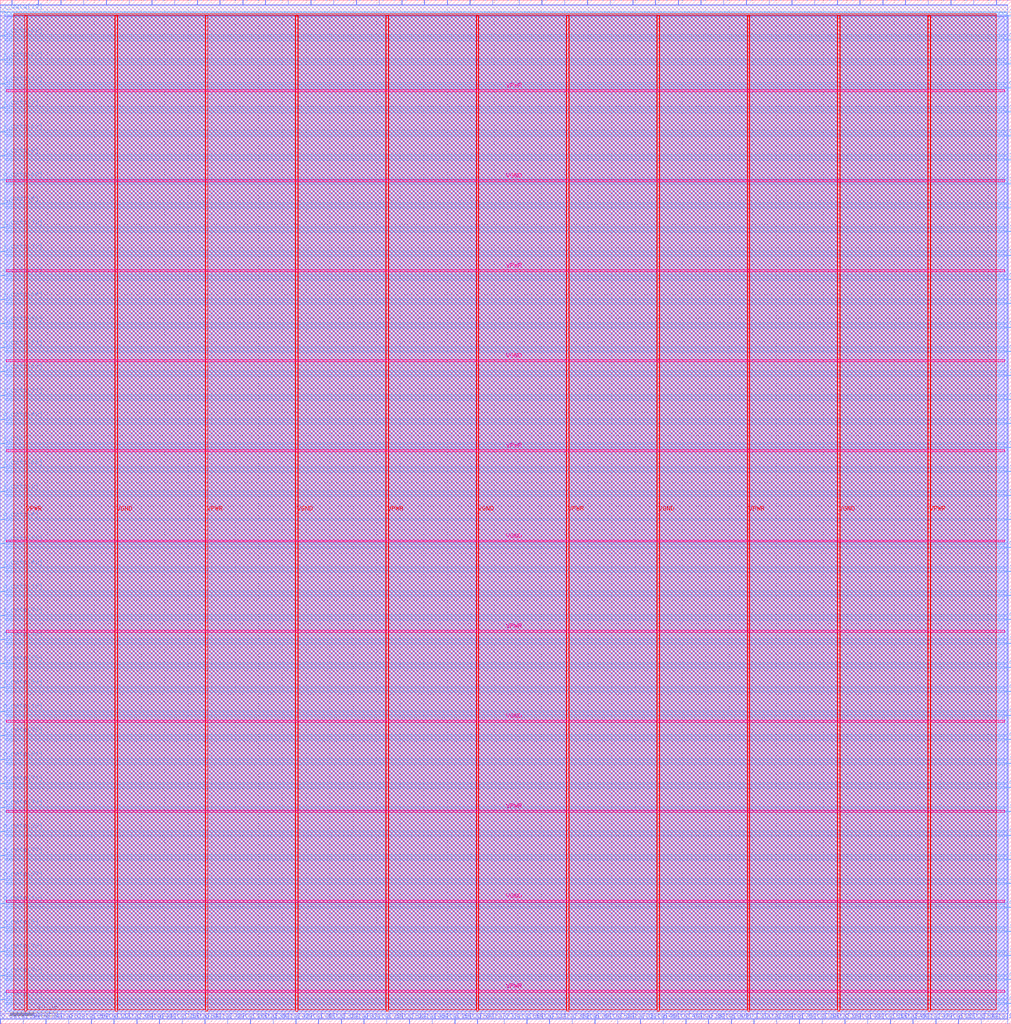
<source format=lef>
VERSION 5.7 ;
  NOWIREEXTENSIONATPIN ON ;
  DIVIDERCHAR "/" ;
  BUSBITCHARS "[]" ;
MACRO d_dffram
  CLASS BLOCK ;
  FOREIGN d_dffram ;
  ORIGIN 0.000 0.000 ;
  SIZE 859.665 BY 870.385 ;
  PIN VGND
    DIRECTION INOUT ;
    USE GROUND ;
    PORT
      LAYER met4 ;
        RECT 97.840 10.640 99.440 857.040 ;
    END
    PORT
      LAYER met4 ;
        RECT 251.440 10.640 253.040 857.040 ;
    END
    PORT
      LAYER met4 ;
        RECT 405.040 10.640 406.640 857.040 ;
    END
    PORT
      LAYER met4 ;
        RECT 558.640 10.640 560.240 857.040 ;
    END
    PORT
      LAYER met4 ;
        RECT 712.240 10.640 713.840 857.040 ;
    END
    PORT
      LAYER met5 ;
        RECT 5.280 103.320 854.000 104.920 ;
    END
    PORT
      LAYER met5 ;
        RECT 5.280 256.500 854.000 258.100 ;
    END
    PORT
      LAYER met5 ;
        RECT 5.280 409.680 854.000 411.280 ;
    END
    PORT
      LAYER met5 ;
        RECT 5.280 562.860 854.000 564.460 ;
    END
    PORT
      LAYER met5 ;
        RECT 5.280 716.040 854.000 717.640 ;
    END
  END VGND
  PIN VPWR
    DIRECTION INOUT ;
    USE POWER ;
    PORT
      LAYER met4 ;
        RECT 21.040 10.640 22.640 857.040 ;
    END
    PORT
      LAYER met4 ;
        RECT 174.640 10.640 176.240 857.040 ;
    END
    PORT
      LAYER met4 ;
        RECT 328.240 10.640 329.840 857.040 ;
    END
    PORT
      LAYER met4 ;
        RECT 481.840 10.640 483.440 857.040 ;
    END
    PORT
      LAYER met4 ;
        RECT 635.440 10.640 637.040 857.040 ;
    END
    PORT
      LAYER met4 ;
        RECT 789.040 10.640 790.640 857.040 ;
    END
    PORT
      LAYER met5 ;
        RECT 5.280 26.730 854.000 28.330 ;
    END
    PORT
      LAYER met5 ;
        RECT 5.280 179.910 854.000 181.510 ;
    END
    PORT
      LAYER met5 ;
        RECT 5.280 333.090 854.000 334.690 ;
    END
    PORT
      LAYER met5 ;
        RECT 5.280 486.270 854.000 487.870 ;
    END
    PORT
      LAYER met5 ;
        RECT 5.280 639.450 854.000 641.050 ;
    END
    PORT
      LAYER met5 ;
        RECT 5.280 792.630 854.000 794.230 ;
    END
  END VPWR
  PIN i_addr[0]
    DIRECTION INPUT ;
    USE SIGNAL ;
    PORT
      LAYER met2 ;
        RECT 827.630 866.385 827.910 870.385 ;
    END
  END i_addr[0]
  PIN i_addr[1]
    DIRECTION INPUT ;
    USE SIGNAL ;
    PORT
      LAYER met2 ;
        RECT 341.410 866.385 341.690 870.385 ;
    END
  END i_addr[1]
  PIN i_addr[2]
    DIRECTION INPUT ;
    USE SIGNAL ;
    PORT
      LAYER met3 ;
        RECT 855.665 119.040 859.665 119.640 ;
    END
  END i_addr[2]
  PIN i_addr[3]
    DIRECTION INPUT ;
    USE SIGNAL ;
    PORT
      LAYER met2 ;
        RECT 621.550 0.000 621.830 4.000 ;
    END
  END i_addr[3]
  PIN i_addr[4]
    DIRECTION INPUT ;
    USE SIGNAL ;
    PORT
      LAYER met3 ;
        RECT 0.000 697.040 4.000 697.640 ;
    END
  END i_addr[4]
  PIN i_addr[5]
    DIRECTION INPUT ;
    USE SIGNAL ;
    PORT
      LAYER met2 ;
        RECT 109.570 866.385 109.850 870.385 ;
    END
  END i_addr[5]
  PIN i_clk
    DIRECTION INPUT ;
    USE SIGNAL ;
    PORT
      LAYER met3 ;
        RECT 0.000 493.040 4.000 493.640 ;
    END
  END i_clk
  PIN i_data[0]
    DIRECTION INPUT ;
    USE SIGNAL ;
    PORT
      LAYER met2 ;
        RECT 524.950 0.000 525.230 4.000 ;
    END
  END i_data[0]
  PIN i_data[10]
    DIRECTION INPUT ;
    USE SIGNAL ;
    PORT
      LAYER met2 ;
        RECT 698.830 0.000 699.110 4.000 ;
    END
  END i_data[10]
  PIN i_data[11]
    DIRECTION INPUT ;
    USE SIGNAL ;
    PORT
      LAYER met2 ;
        RECT 77.370 0.000 77.650 4.000 ;
    END
  END i_data[11]
  PIN i_data[12]
    DIRECTION INPUT ;
    USE SIGNAL ;
    PORT
      LAYER met3 ;
        RECT 855.665 816.040 859.665 816.640 ;
    END
  END i_data[12]
  PIN i_data[13]
    DIRECTION INPUT ;
    USE SIGNAL ;
    PORT
      LAYER met2 ;
        RECT 557.150 866.385 557.430 870.385 ;
    END
  END i_data[13]
  PIN i_data[14]
    DIRECTION INPUT ;
    USE SIGNAL ;
    PORT
      LAYER met2 ;
        RECT 518.510 866.385 518.790 870.385 ;
    END
  END i_data[14]
  PIN i_data[15]
    DIRECTION INPUT ;
    USE SIGNAL ;
    PORT
      LAYER met2 ;
        RECT 367.170 0.000 367.450 4.000 ;
    END
  END i_data[15]
  PIN i_data[16]
    DIRECTION INPUT ;
    USE SIGNAL ;
    PORT
      LAYER met2 ;
        RECT 399.370 866.385 399.650 870.385 ;
    END
  END i_data[16]
  PIN i_data[17]
    DIRECTION INPUT ;
    USE SIGNAL ;
    PORT
      LAYER met2 ;
        RECT 193.290 0.000 193.570 4.000 ;
    END
  END i_data[17]
  PIN i_data[18]
    DIRECTION INPUT ;
    USE SIGNAL ;
    PORT
      LAYER met2 ;
        RECT 70.930 866.385 71.210 870.385 ;
    END
  END i_data[18]
  PIN i_data[19]
    DIRECTION INPUT ;
    USE SIGNAL ;
    PORT
      LAYER met3 ;
        RECT 0.000 860.240 4.000 860.840 ;
    END
  END i_data[19]
  PIN i_data[1]
    DIRECTION INPUT ;
    USE SIGNAL ;
    PORT
      LAYER met2 ;
        RECT 499.190 866.385 499.470 870.385 ;
    END
  END i_data[1]
  PIN i_data[20]
    DIRECTION INPUT ;
    USE SIGNAL ;
    PORT
      LAYER met3 ;
        RECT 855.665 139.440 859.665 140.040 ;
    END
  END i_data[20]
  PIN i_data[21]
    DIRECTION INPUT ;
    USE SIGNAL ;
    PORT
      LAYER met2 ;
        RECT 186.850 866.385 187.130 870.385 ;
    END
  END i_data[21]
  PIN i_data[22]
    DIRECTION INPUT ;
    USE SIGNAL ;
    PORT
      LAYER met2 ;
        RECT 380.050 866.385 380.330 870.385 ;
    END
  END i_data[22]
  PIN i_data[23]
    DIRECTION INPUT ;
    USE SIGNAL ;
    PORT
      LAYER met3 ;
        RECT 855.665 384.240 859.665 384.840 ;
    END
  END i_data[23]
  PIN i_data[24]
    DIRECTION INPUT ;
    USE SIGNAL ;
    PORT
      LAYER met2 ;
        RECT 206.170 866.385 206.450 870.385 ;
    END
  END i_data[24]
  PIN i_data[25]
    DIRECTION INPUT ;
    USE SIGNAL ;
    PORT
      LAYER met3 ;
        RECT 855.665 775.240 859.665 775.840 ;
    END
  END i_data[25]
  PIN i_data[26]
    DIRECTION INPUT ;
    USE SIGNAL ;
    PORT
      LAYER met3 ;
        RECT 855.665 78.240 859.665 78.840 ;
    END
  END i_data[26]
  PIN i_data[27]
    DIRECTION INPUT ;
    USE SIGNAL ;
    PORT
      LAYER met2 ;
        RECT 653.750 866.385 654.030 870.385 ;
    END
  END i_data[27]
  PIN i_data[28]
    DIRECTION INPUT ;
    USE SIGNAL ;
    PORT
      LAYER met3 ;
        RECT 855.665 57.840 859.665 58.440 ;
    END
  END i_data[28]
  PIN i_data[29]
    DIRECTION INPUT ;
    USE SIGNAL ;
    PORT
      LAYER met2 ;
        RECT 679.510 0.000 679.790 4.000 ;
    END
  END i_data[29]
  PIN i_data[2]
    DIRECTION INPUT ;
    USE SIGNAL ;
    PORT
      LAYER met3 ;
        RECT 0.000 452.240 4.000 452.840 ;
    END
  END i_data[2]
  PIN i_data[30]
    DIRECTION INPUT ;
    USE SIGNAL ;
    PORT
      LAYER met2 ;
        RECT 51.610 866.385 51.890 870.385 ;
    END
  END i_data[30]
  PIN i_data[31]
    DIRECTION INPUT ;
    USE SIGNAL ;
    PORT
      LAYER met3 ;
        RECT 0.000 533.840 4.000 534.440 ;
    END
  END i_data[31]
  PIN i_data[32]
    DIRECTION INPUT ;
    USE SIGNAL ;
    PORT
      LAYER met3 ;
        RECT 855.665 734.440 859.665 735.040 ;
    END
  END i_data[32]
  PIN i_data[33]
    DIRECTION INPUT ;
    USE SIGNAL ;
    PORT
      LAYER met2 ;
        RECT 270.570 0.000 270.850 4.000 ;
    END
  END i_data[33]
  PIN i_data[34]
    DIRECTION INPUT ;
    USE SIGNAL ;
    PORT
      LAYER met2 ;
        RECT 167.530 866.385 167.810 870.385 ;
    END
  END i_data[34]
  PIN i_data[35]
    DIRECTION INPUT ;
    USE SIGNAL ;
    PORT
      LAYER met3 ;
        RECT 0.000 306.040 4.000 306.640 ;
    END
  END i_data[35]
  PIN i_data[36]
    DIRECTION INPUT ;
    USE SIGNAL ;
    PORT
      LAYER met2 ;
        RECT 769.670 866.385 769.950 870.385 ;
    END
  END i_data[36]
  PIN i_data[37]
    DIRECTION INPUT ;
    USE SIGNAL ;
    PORT
      LAYER met2 ;
        RECT 32.290 866.385 32.570 870.385 ;
    END
  END i_data[37]
  PIN i_data[38]
    DIRECTION INPUT ;
    USE SIGNAL ;
    PORT
      LAYER met2 ;
        RECT 264.130 866.385 264.410 870.385 ;
    END
  END i_data[38]
  PIN i_data[39]
    DIRECTION INPUT ;
    USE SIGNAL ;
    PORT
      LAYER met3 ;
        RECT 855.665 693.640 859.665 694.240 ;
    END
  END i_data[39]
  PIN i_data[3]
    DIRECTION INPUT ;
    USE SIGNAL ;
    PORT
      LAYER met3 ;
        RECT 855.665 550.840 859.665 551.440 ;
    END
  END i_data[3]
  PIN i_data[40]
    DIRECTION INPUT ;
    USE SIGNAL ;
    PORT
      LAYER met3 ;
        RECT 855.665 363.840 859.665 364.440 ;
    END
  END i_data[40]
  PIN i_data[41]
    DIRECTION INPUT ;
    USE SIGNAL ;
    PORT
      LAYER met2 ;
        RECT 692.390 866.385 692.670 870.385 ;
    END
  END i_data[41]
  PIN i_data[42]
    DIRECTION INPUT ;
    USE SIGNAL ;
    PORT
      LAYER met3 ;
        RECT 0.000 387.640 4.000 388.240 ;
    END
  END i_data[42]
  PIN i_data[43]
    DIRECTION INPUT ;
    USE SIGNAL ;
    PORT
      LAYER met2 ;
        RECT 231.930 0.000 232.210 4.000 ;
    END
  END i_data[43]
  PIN i_data[44]
    DIRECTION INPUT ;
    USE SIGNAL ;
    PORT
      LAYER met2 ;
        RECT 856.610 0.000 856.890 4.000 ;
    END
  END i_data[44]
  PIN i_data[45]
    DIRECTION INPUT ;
    USE SIGNAL ;
    PORT
      LAYER met3 ;
        RECT 855.665 673.240 859.665 673.840 ;
    END
  END i_data[45]
  PIN i_data[46]
    DIRECTION INPUT ;
    USE SIGNAL ;
    PORT
      LAYER met2 ;
        RECT 544.270 0.000 544.550 4.000 ;
    END
  END i_data[46]
  PIN i_data[47]
    DIRECTION INPUT ;
    USE SIGNAL ;
    PORT
      LAYER met2 ;
        RECT 776.110 0.000 776.390 4.000 ;
    END
  END i_data[47]
  PIN i_data[48]
    DIRECTION INPUT ;
    USE SIGNAL ;
    PORT
      LAYER met3 ;
        RECT 855.665 469.240 859.665 469.840 ;
    END
  END i_data[48]
  PIN i_data[49]
    DIRECTION INPUT ;
    USE SIGNAL ;
    PORT
      LAYER met2 ;
        RECT 808.310 866.385 808.590 870.385 ;
    END
  END i_data[49]
  PIN i_data[4]
    DIRECTION INPUT ;
    USE SIGNAL ;
    PORT
      LAYER met2 ;
        RECT 360.730 866.385 361.010 870.385 ;
    END
  END i_data[4]
  PIN i_data[50]
    DIRECTION INPUT ;
    USE SIGNAL ;
    PORT
      LAYER met3 ;
        RECT 855.665 428.440 859.665 429.040 ;
    END
  END i_data[50]
  PIN i_data[51]
    DIRECTION INPUT ;
    USE SIGNAL ;
    PORT
      LAYER met2 ;
        RECT 788.990 866.385 789.270 870.385 ;
    END
  END i_data[51]
  PIN i_data[52]
    DIRECTION INPUT ;
    USE SIGNAL ;
    PORT
      LAYER met2 ;
        RECT 328.530 0.000 328.810 4.000 ;
    END
  END i_data[52]
  PIN i_data[53]
    DIRECTION INPUT ;
    USE SIGNAL ;
    PORT
      LAYER met3 ;
        RECT 855.665 180.240 859.665 180.840 ;
    END
  END i_data[53]
  PIN i_data[54]
    DIRECTION INPUT ;
    USE SIGNAL ;
    PORT
      LAYER met3 ;
        RECT 0.000 285.640 4.000 286.240 ;
    END
  END i_data[54]
  PIN i_data[55]
    DIRECTION INPUT ;
    USE SIGNAL ;
    PORT
      LAYER met3 ;
        RECT 0.000 408.040 4.000 408.640 ;
    END
  END i_data[55]
  PIN i_data[56]
    DIRECTION INPUT ;
    USE SIGNAL ;
    PORT
      LAYER met2 ;
        RECT 750.350 866.385 750.630 870.385 ;
    END
  END i_data[56]
  PIN i_data[57]
    DIRECTION INPUT ;
    USE SIGNAL ;
    PORT
      LAYER met3 ;
        RECT 855.665 856.840 859.665 857.440 ;
    END
  END i_data[57]
  PIN i_data[58]
    DIRECTION INPUT ;
    USE SIGNAL ;
    PORT
      LAYER met2 ;
        RECT 322.090 866.385 322.370 870.385 ;
    END
  END i_data[58]
  PIN i_data[59]
    DIRECTION INPUT ;
    USE SIGNAL ;
    PORT
      LAYER met2 ;
        RECT 386.490 0.000 386.770 4.000 ;
    END
  END i_data[59]
  PIN i_data[5]
    DIRECTION INPUT ;
    USE SIGNAL ;
    PORT
      LAYER met2 ;
        RECT 537.830 866.385 538.110 870.385 ;
    END
  END i_data[5]
  PIN i_data[60]
    DIRECTION INPUT ;
    USE SIGNAL ;
    PORT
      LAYER met2 ;
        RECT 90.250 866.385 90.530 870.385 ;
    END
  END i_data[60]
  PIN i_data[61]
    DIRECTION INPUT ;
    USE SIGNAL ;
    PORT
      LAYER met2 ;
        RECT 737.470 0.000 737.750 4.000 ;
    END
  END i_data[61]
  PIN i_data[62]
    DIRECTION INPUT ;
    USE SIGNAL ;
    PORT
      LAYER met3 ;
        RECT 0.000 839.840 4.000 840.440 ;
    END
  END i_data[62]
  PIN i_data[63]
    DIRECTION INPUT ;
    USE SIGNAL ;
    PORT
      LAYER met3 ;
        RECT 0.000 758.240 4.000 758.840 ;
    END
  END i_data[63]
  PIN i_data[64]
    DIRECTION INPUT ;
    USE SIGNAL ;
    PORT
      LAYER met3 ;
        RECT 0.000 615.440 4.000 616.040 ;
    END
  END i_data[64]
  PIN i_data[65]
    DIRECTION INPUT ;
    USE SIGNAL ;
    PORT
      LAYER met2 ;
        RECT 731.030 866.385 731.310 870.385 ;
    END
  END i_data[65]
  PIN i_data[66]
    DIRECTION INPUT ;
    USE SIGNAL ;
    PORT
      LAYER met3 ;
        RECT 0.000 472.640 4.000 473.240 ;
    END
  END i_data[66]
  PIN i_data[67]
    DIRECTION INPUT ;
    USE SIGNAL ;
    PORT
      LAYER met3 ;
        RECT 855.665 221.040 859.665 221.640 ;
    END
  END i_data[67]
  PIN i_data[68]
    DIRECTION INPUT ;
    USE SIGNAL ;
    PORT
      LAYER met3 ;
        RECT 855.665 323.040 859.665 323.640 ;
    END
  END i_data[68]
  PIN i_data[69]
    DIRECTION INPUT ;
    USE SIGNAL ;
    PORT
      LAYER met3 ;
        RECT 0.000 819.440 4.000 820.040 ;
    END
  END i_data[69]
  PIN i_data[6]
    DIRECTION INPUT ;
    USE SIGNAL ;
    PORT
      LAYER met2 ;
        RECT 38.730 0.000 39.010 4.000 ;
    END
  END i_data[6]
  PIN i_data[70]
    DIRECTION INPUT ;
    USE SIGNAL ;
    PORT
      LAYER met2 ;
        RECT 251.250 0.000 251.530 4.000 ;
    END
  END i_data[70]
  PIN i_data[71]
    DIRECTION INPUT ;
    USE SIGNAL ;
    PORT
      LAYER met2 ;
        RECT 834.070 0.000 834.350 4.000 ;
    END
  END i_data[71]
  PIN i_data[72]
    DIRECTION INPUT ;
    USE SIGNAL ;
    PORT
      LAYER met3 ;
        RECT 0.000 676.640 4.000 677.240 ;
    END
  END i_data[72]
  PIN i_data[73]
    DIRECTION INPUT ;
    USE SIGNAL ;
    PORT
      LAYER met3 ;
        RECT 0.000 244.840 4.000 245.440 ;
    END
  END i_data[73]
  PIN i_data[74]
    DIRECTION INPUT ;
    USE SIGNAL ;
    PORT
      LAYER met3 ;
        RECT 0.000 346.840 4.000 347.440 ;
    END
  END i_data[74]
  PIN i_data[75]
    DIRECTION INPUT ;
    USE SIGNAL ;
    PORT
      LAYER met2 ;
        RECT 660.190 0.000 660.470 4.000 ;
    END
  END i_data[75]
  PIN i_data[76]
    DIRECTION INPUT ;
    USE SIGNAL ;
    PORT
      LAYER met3 ;
        RECT 0.000 61.240 4.000 61.840 ;
    END
  END i_data[76]
  PIN i_data[77]
    DIRECTION INPUT ;
    USE SIGNAL ;
    PORT
      LAYER met2 ;
        RECT 244.810 866.385 245.090 870.385 ;
    END
  END i_data[77]
  PIN i_data[78]
    DIRECTION INPUT ;
    USE SIGNAL ;
    PORT
      LAYER met2 ;
        RECT 302.770 866.385 303.050 870.385 ;
    END
  END i_data[78]
  PIN i_data[79]
    DIRECTION INPUT ;
    USE SIGNAL ;
    PORT
      LAYER met3 ;
        RECT 0.000 656.240 4.000 656.840 ;
    END
  END i_data[79]
  PIN i_data[7]
    DIRECTION INPUT ;
    USE SIGNAL ;
    PORT
      LAYER met2 ;
        RECT 405.810 0.000 406.090 4.000 ;
    END
  END i_data[7]
  PIN i_data[80]
    DIRECTION INPUT ;
    USE SIGNAL ;
    PORT
      LAYER met2 ;
        RECT 640.870 0.000 641.150 4.000 ;
    END
  END i_data[80]
  PIN i_data[81]
    DIRECTION INPUT ;
    USE SIGNAL ;
    PORT
      LAYER met3 ;
        RECT 855.665 714.040 859.665 714.640 ;
    END
  END i_data[81]
  PIN i_data[8]
    DIRECTION INPUT ;
    USE SIGNAL ;
    PORT
      LAYER met2 ;
        RECT 289.890 0.000 290.170 4.000 ;
    END
  END i_data[8]
  PIN i_data[9]
    DIRECTION INPUT ;
    USE SIGNAL ;
    PORT
      LAYER met3 ;
        RECT 0.000 778.640 4.000 779.240 ;
    END
  END i_data[9]
  PIN i_rst
    DIRECTION INPUT ;
    USE SIGNAL ;
    PORT
      LAYER met3 ;
        RECT 855.665 612.040 859.665 612.640 ;
    END
  END i_rst
  PIN i_we
    DIRECTION INPUT ;
    USE SIGNAL ;
    PORT
      LAYER met2 ;
        RECT 225.490 866.385 225.770 870.385 ;
    END
  END i_we
  PIN o_data[0]
    DIRECTION OUTPUT TRISTATE ;
    USE SIGNAL ;
    PORT
      LAYER met3 ;
        RECT 855.665 241.440 859.665 242.040 ;
    END
  END o_data[0]
  PIN o_data[10]
    DIRECTION OUTPUT TRISTATE ;
    USE SIGNAL ;
    PORT
      LAYER met3 ;
        RECT 0.000 102.040 4.000 102.640 ;
    END
  END o_data[10]
  PIN o_data[11]
    DIRECTION OUTPUT TRISTATE ;
    USE SIGNAL ;
    PORT
      LAYER met3 ;
        RECT 0.000 20.440 4.000 21.040 ;
    END
  END o_data[11]
  PIN o_data[12]
    DIRECTION OUTPUT TRISTATE ;
    USE SIGNAL ;
    PORT
      LAYER met2 ;
        RECT 795.430 0.000 795.710 4.000 ;
    END
  END o_data[12]
  PIN o_data[13]
    DIRECTION OUTPUT TRISTATE ;
    USE SIGNAL ;
    PORT
      LAYER met2 ;
        RECT 447.670 0.000 447.950 4.000 ;
    END
  END o_data[13]
  PIN o_data[14]
    DIRECTION OUTPUT TRISTATE ;
    USE SIGNAL ;
    PORT
      LAYER met3 ;
        RECT 855.665 448.840 859.665 449.440 ;
    END
  END o_data[14]
  PIN o_data[15]
    DIRECTION OUTPUT TRISTATE ;
    USE SIGNAL ;
    PORT
      LAYER met3 ;
        RECT 0.000 367.240 4.000 367.840 ;
    END
  END o_data[15]
  PIN o_data[16]
    DIRECTION OUTPUT TRISTATE ;
    USE SIGNAL ;
    PORT
      LAYER met3 ;
        RECT 0.000 265.240 4.000 265.840 ;
    END
  END o_data[16]
  PIN o_data[17]
    DIRECTION OUTPUT TRISTATE ;
    USE SIGNAL ;
    PORT
      LAYER met2 ;
        RECT 460.550 866.385 460.830 870.385 ;
    END
  END o_data[17]
  PIN o_data[18]
    DIRECTION OUTPUT TRISTATE ;
    USE SIGNAL ;
    PORT
      LAYER met2 ;
        RECT 582.910 0.000 583.190 4.000 ;
    END
  END o_data[18]
  PIN o_data[19]
    DIRECTION OUTPUT TRISTATE ;
    USE SIGNAL ;
    PORT
      LAYER met3 ;
        RECT 0.000 799.040 4.000 799.640 ;
    END
  END o_data[19]
  PIN o_data[1]
    DIRECTION OUTPUT TRISTATE ;
    USE SIGNAL ;
    PORT
      LAYER met3 ;
        RECT 855.665 795.640 859.665 796.240 ;
    END
  END o_data[1]
  PIN o_data[20]
    DIRECTION OUTPUT TRISTATE ;
    USE SIGNAL ;
    PORT
      LAYER met3 ;
        RECT 855.665 282.240 859.665 282.840 ;
    END
  END o_data[20]
  PIN o_data[21]
    DIRECTION OUTPUT TRISTATE ;
    USE SIGNAL ;
    PORT
      LAYER met2 ;
        RECT 479.870 866.385 480.150 870.385 ;
    END
  END o_data[21]
  PIN o_data[22]
    DIRECTION OUTPUT TRISTATE ;
    USE SIGNAL ;
    PORT
      LAYER met3 ;
        RECT 0.000 163.240 4.000 163.840 ;
    END
  END o_data[22]
  PIN o_data[23]
    DIRECTION OUTPUT TRISTATE ;
    USE SIGNAL ;
    PORT
      LAYER met2 ;
        RECT 576.470 866.385 576.750 870.385 ;
    END
  END o_data[23]
  PIN o_data[24]
    DIRECTION OUTPUT TRISTATE ;
    USE SIGNAL ;
    PORT
      LAYER met2 ;
        RECT 19.410 0.000 19.690 4.000 ;
    END
  END o_data[24]
  PIN o_data[25]
    DIRECTION OUTPUT TRISTATE ;
    USE SIGNAL ;
    PORT
      LAYER met2 ;
        RECT 135.330 0.000 135.610 4.000 ;
    END
  END o_data[25]
  PIN o_data[26]
    DIRECTION OUTPUT TRISTATE ;
    USE SIGNAL ;
    PORT
      LAYER met3 ;
        RECT 855.665 98.640 859.665 99.240 ;
    END
  END o_data[26]
  PIN o_data[27]
    DIRECTION OUTPUT TRISTATE ;
    USE SIGNAL ;
    PORT
      LAYER met3 ;
        RECT 0.000 122.440 4.000 123.040 ;
    END
  END o_data[27]
  PIN o_data[28]
    DIRECTION OUTPUT TRISTATE ;
    USE SIGNAL ;
    PORT
      LAYER met3 ;
        RECT 855.665 652.840 859.665 653.440 ;
    END
  END o_data[28]
  PIN o_data[29]
    DIRECTION OUTPUT TRISTATE ;
    USE SIGNAL ;
    PORT
      LAYER met3 ;
        RECT 855.665 489.640 859.665 490.240 ;
    END
  END o_data[29]
  PIN o_data[2]
    DIRECTION OUTPUT TRISTATE ;
    USE SIGNAL ;
    PORT
      LAYER met2 ;
        RECT 634.430 866.385 634.710 870.385 ;
    END
  END o_data[2]
  PIN o_data[30]
    DIRECTION OUTPUT TRISTATE ;
    USE SIGNAL ;
    PORT
      LAYER met2 ;
        RECT 96.690 0.000 96.970 4.000 ;
    END
  END o_data[30]
  PIN o_data[31]
    DIRECTION OUTPUT TRISTATE ;
    USE SIGNAL ;
    PORT
      LAYER met3 ;
        RECT 855.665 200.640 859.665 201.240 ;
    END
  END o_data[31]
  PIN o_data[32]
    DIRECTION OUTPUT TRISTATE ;
    USE SIGNAL ;
    PORT
      LAYER met3 ;
        RECT 855.665 510.040 859.665 510.640 ;
    END
  END o_data[32]
  PIN o_data[33]
    DIRECTION OUTPUT TRISTATE ;
    USE SIGNAL ;
    PORT
      LAYER met2 ;
        RECT 283.450 866.385 283.730 870.385 ;
    END
  END o_data[33]
  PIN o_data[34]
    DIRECTION OUTPUT TRISTATE ;
    USE SIGNAL ;
    PORT
      LAYER met3 ;
        RECT 855.665 343.440 859.665 344.040 ;
    END
  END o_data[34]
  PIN o_data[35]
    DIRECTION OUTPUT TRISTATE ;
    USE SIGNAL ;
    PORT
      LAYER met3 ;
        RECT 855.665 17.040 859.665 17.640 ;
    END
  END o_data[35]
  PIN o_data[36]
    DIRECTION OUTPUT TRISTATE ;
    USE SIGNAL ;
    PORT
      LAYER met2 ;
        RECT 466.990 0.000 467.270 4.000 ;
    END
  END o_data[36]
  PIN o_data[37]
    DIRECTION OUTPUT TRISTATE ;
    USE SIGNAL ;
    PORT
      LAYER met3 ;
        RECT 855.665 632.440 859.665 633.040 ;
    END
  END o_data[37]
  PIN o_data[38]
    DIRECTION OUTPUT TRISTATE ;
    USE SIGNAL ;
    PORT
      LAYER met2 ;
        RECT 673.070 866.385 673.350 870.385 ;
    END
  END o_data[38]
  PIN o_data[39]
    DIRECTION OUTPUT TRISTATE ;
    USE SIGNAL ;
    PORT
      LAYER met2 ;
        RECT 212.610 0.000 212.890 4.000 ;
    END
  END o_data[39]
  PIN o_data[3]
    DIRECTION OUTPUT TRISTATE ;
    USE SIGNAL ;
    PORT
      LAYER met3 ;
        RECT 855.665 261.840 859.665 262.440 ;
    END
  END o_data[3]
  PIN o_data[40]
    DIRECTION OUTPUT TRISTATE ;
    USE SIGNAL ;
    PORT
      LAYER met2 ;
        RECT 563.590 0.000 563.870 4.000 ;
    END
  END o_data[40]
  PIN o_data[41]
    DIRECTION OUTPUT TRISTATE ;
    USE SIGNAL ;
    PORT
      LAYER met3 ;
        RECT 855.665 37.440 859.665 38.040 ;
    END
  END o_data[41]
  PIN o_data[42]
    DIRECTION OUTPUT TRISTATE ;
    USE SIGNAL ;
    PORT
      LAYER met3 ;
        RECT 0.000 513.440 4.000 514.040 ;
    END
  END o_data[42]
  PIN o_data[43]
    DIRECTION OUTPUT TRISTATE ;
    USE SIGNAL ;
    PORT
      LAYER met2 ;
        RECT 718.150 0.000 718.430 4.000 ;
    END
  END o_data[43]
  PIN o_data[44]
    DIRECTION OUTPUT TRISTATE ;
    USE SIGNAL ;
    PORT
      LAYER met2 ;
        RECT 116.010 0.000 116.290 4.000 ;
    END
  END o_data[44]
  PIN o_data[45]
    DIRECTION OUTPUT TRISTATE ;
    USE SIGNAL ;
    PORT
      LAYER met2 ;
        RECT 347.850 0.000 348.130 4.000 ;
    END
  END o_data[45]
  PIN o_data[46]
    DIRECTION OUTPUT TRISTATE ;
    USE SIGNAL ;
    PORT
      LAYER met3 ;
        RECT 0.000 326.440 4.000 327.040 ;
    END
  END o_data[46]
  PIN o_data[47]
    DIRECTION OUTPUT TRISTATE ;
    USE SIGNAL ;
    PORT
      LAYER met3 ;
        RECT 855.665 754.840 859.665 755.440 ;
    END
  END o_data[47]
  PIN o_data[48]
    DIRECTION OUTPUT TRISTATE ;
    USE SIGNAL ;
    PORT
      LAYER met3 ;
        RECT 855.665 530.440 859.665 531.040 ;
    END
  END o_data[48]
  PIN o_data[49]
    DIRECTION OUTPUT TRISTATE ;
    USE SIGNAL ;
    PORT
      LAYER met2 ;
        RECT 756.790 0.000 757.070 4.000 ;
    END
  END o_data[49]
  PIN o_data[4]
    DIRECTION OUTPUT TRISTATE ;
    USE SIGNAL ;
    PORT
      LAYER met3 ;
        RECT 0.000 428.440 4.000 429.040 ;
    END
  END o_data[4]
  PIN o_data[50]
    DIRECTION OUTPUT TRISTATE ;
    USE SIGNAL ;
    PORT
      LAYER met3 ;
        RECT 855.665 302.640 859.665 303.240 ;
    END
  END o_data[50]
  PIN o_data[51]
    DIRECTION OUTPUT TRISTATE ;
    USE SIGNAL ;
    PORT
      LAYER met3 ;
        RECT 0.000 574.640 4.000 575.240 ;
    END
  END o_data[51]
  PIN o_data[52]
    DIRECTION OUTPUT TRISTATE ;
    USE SIGNAL ;
    PORT
      LAYER met3 ;
        RECT 855.665 571.240 859.665 571.840 ;
    END
  END o_data[52]
  PIN o_data[53]
    DIRECTION OUTPUT TRISTATE ;
    USE SIGNAL ;
    PORT
      LAYER met3 ;
        RECT 855.665 836.440 859.665 837.040 ;
    END
  END o_data[53]
  PIN o_data[54]
    DIRECTION OUTPUT TRISTATE ;
    USE SIGNAL ;
    PORT
      LAYER met2 ;
        RECT 814.750 0.000 815.030 4.000 ;
    END
  END o_data[54]
  PIN o_data[55]
    DIRECTION OUTPUT TRISTATE ;
    USE SIGNAL ;
    PORT
      LAYER met2 ;
        RECT 846.950 866.385 847.230 870.385 ;
    END
  END o_data[55]
  PIN o_data[56]
    DIRECTION OUTPUT TRISTATE ;
    USE SIGNAL ;
    PORT
      LAYER met3 ;
        RECT 0.000 595.040 4.000 595.640 ;
    END
  END o_data[56]
  PIN o_data[57]
    DIRECTION OUTPUT TRISTATE ;
    USE SIGNAL ;
    PORT
      LAYER met3 ;
        RECT 0.000 635.840 4.000 636.440 ;
    END
  END o_data[57]
  PIN o_data[58]
    DIRECTION OUTPUT TRISTATE ;
    USE SIGNAL ;
    PORT
      LAYER met2 ;
        RECT 505.630 0.000 505.910 4.000 ;
    END
  END o_data[58]
  PIN o_data[59]
    DIRECTION OUTPUT TRISTATE ;
    USE SIGNAL ;
    PORT
      LAYER met2 ;
        RECT 0.090 0.000 0.370 4.000 ;
    END
  END o_data[59]
  PIN o_data[5]
    DIRECTION OUTPUT TRISTATE ;
    USE SIGNAL ;
    PORT
      LAYER met3 ;
        RECT 0.000 81.640 4.000 82.240 ;
    END
  END o_data[5]
  PIN o_data[60]
    DIRECTION OUTPUT TRISTATE ;
    USE SIGNAL ;
    PORT
      LAYER met3 ;
        RECT 0.000 717.440 4.000 718.040 ;
    END
  END o_data[60]
  PIN o_data[61]
    DIRECTION OUTPUT TRISTATE ;
    USE SIGNAL ;
    PORT
      LAYER met2 ;
        RECT 128.890 866.385 129.170 870.385 ;
    END
  END o_data[61]
  PIN o_data[62]
    DIRECTION OUTPUT TRISTATE ;
    USE SIGNAL ;
    PORT
      LAYER met2 ;
        RECT 441.230 866.385 441.510 870.385 ;
    END
  END o_data[62]
  PIN o_data[63]
    DIRECTION OUTPUT TRISTATE ;
    USE SIGNAL ;
    PORT
      LAYER met3 ;
        RECT 0.000 554.240 4.000 554.840 ;
    END
  END o_data[63]
  PIN o_data[64]
    DIRECTION OUTPUT TRISTATE ;
    USE SIGNAL ;
    PORT
      LAYER met2 ;
        RECT 154.650 0.000 154.930 4.000 ;
    END
  END o_data[64]
  PIN o_data[65]
    DIRECTION OUTPUT TRISTATE ;
    USE SIGNAL ;
    PORT
      LAYER met2 ;
        RECT 58.050 0.000 58.330 4.000 ;
    END
  END o_data[65]
  PIN o_data[66]
    DIRECTION OUTPUT TRISTATE ;
    USE SIGNAL ;
    PORT
      LAYER met2 ;
        RECT 595.790 866.385 596.070 870.385 ;
    END
  END o_data[66]
  PIN o_data[67]
    DIRECTION OUTPUT TRISTATE ;
    USE SIGNAL ;
    PORT
      LAYER met2 ;
        RECT 418.690 866.385 418.970 870.385 ;
    END
  END o_data[67]
  PIN o_data[68]
    DIRECTION OUTPUT TRISTATE ;
    USE SIGNAL ;
    PORT
      LAYER met2 ;
        RECT 428.350 0.000 428.630 4.000 ;
    END
  END o_data[68]
  PIN o_data[69]
    DIRECTION OUTPUT TRISTATE ;
    USE SIGNAL ;
    PORT
      LAYER met2 ;
        RECT 711.710 866.385 711.990 870.385 ;
    END
  END o_data[69]
  PIN o_data[6]
    DIRECTION OUTPUT TRISTATE ;
    USE SIGNAL ;
    PORT
      LAYER met3 ;
        RECT 855.665 159.840 859.665 160.440 ;
    END
  END o_data[6]
  PIN o_data[70]
    DIRECTION OUTPUT TRISTATE ;
    USE SIGNAL ;
    PORT
      LAYER met3 ;
        RECT 0.000 40.840 4.000 41.440 ;
    END
  END o_data[70]
  PIN o_data[71]
    DIRECTION OUTPUT TRISTATE ;
    USE SIGNAL ;
    PORT
      LAYER met3 ;
        RECT 0.000 204.040 4.000 204.640 ;
    END
  END o_data[71]
  PIN o_data[72]
    DIRECTION OUTPUT TRISTATE ;
    USE SIGNAL ;
    PORT
      LAYER met2 ;
        RECT 173.970 0.000 174.250 4.000 ;
    END
  END o_data[72]
  PIN o_data[73]
    DIRECTION OUTPUT TRISTATE ;
    USE SIGNAL ;
    PORT
      LAYER met2 ;
        RECT 309.210 0.000 309.490 4.000 ;
    END
  END o_data[73]
  PIN o_data[74]
    DIRECTION OUTPUT TRISTATE ;
    USE SIGNAL ;
    PORT
      LAYER met3 ;
        RECT 0.000 183.640 4.000 184.240 ;
    END
  END o_data[74]
  PIN o_data[75]
    DIRECTION OUTPUT TRISTATE ;
    USE SIGNAL ;
    PORT
      LAYER met3 ;
        RECT 855.665 591.640 859.665 592.240 ;
    END
  END o_data[75]
  PIN o_data[76]
    DIRECTION OUTPUT TRISTATE ;
    USE SIGNAL ;
    PORT
      LAYER met2 ;
        RECT 486.310 0.000 486.590 4.000 ;
    END
  END o_data[76]
  PIN o_data[77]
    DIRECTION OUTPUT TRISTATE ;
    USE SIGNAL ;
    PORT
      LAYER met3 ;
        RECT 0.000 142.840 4.000 143.440 ;
    END
  END o_data[77]
  PIN o_data[78]
    DIRECTION OUTPUT TRISTATE ;
    USE SIGNAL ;
    PORT
      LAYER met2 ;
        RECT 615.110 866.385 615.390 870.385 ;
    END
  END o_data[78]
  PIN o_data[79]
    DIRECTION OUTPUT TRISTATE ;
    USE SIGNAL ;
    PORT
      LAYER met2 ;
        RECT 9.750 866.385 10.030 870.385 ;
    END
  END o_data[79]
  PIN o_data[7]
    DIRECTION OUTPUT TRISTATE ;
    USE SIGNAL ;
    PORT
      LAYER met2 ;
        RECT 148.210 866.385 148.490 870.385 ;
    END
  END o_data[7]
  PIN o_data[80]
    DIRECTION OUTPUT TRISTATE ;
    USE SIGNAL ;
    PORT
      LAYER met2 ;
        RECT 602.230 0.000 602.510 4.000 ;
    END
  END o_data[80]
  PIN o_data[81]
    DIRECTION OUTPUT TRISTATE ;
    USE SIGNAL ;
    PORT
      LAYER met3 ;
        RECT 0.000 224.440 4.000 225.040 ;
    END
  END o_data[81]
  PIN o_data[8]
    DIRECTION OUTPUT TRISTATE ;
    USE SIGNAL ;
    PORT
      LAYER met3 ;
        RECT 0.000 737.840 4.000 738.440 ;
    END
  END o_data[8]
  PIN o_data[9]
    DIRECTION OUTPUT TRISTATE ;
    USE SIGNAL ;
    PORT
      LAYER met3 ;
        RECT 855.665 404.640 859.665 405.240 ;
    END
  END o_data[9]
  OBS
      LAYER li1 ;
        RECT 5.520 10.795 853.760 856.885 ;
      LAYER met1 ;
        RECT 0.070 8.540 856.910 857.040 ;
      LAYER met2 ;
        RECT 0.100 866.105 9.470 866.385 ;
        RECT 10.310 866.105 32.010 866.385 ;
        RECT 32.850 866.105 51.330 866.385 ;
        RECT 52.170 866.105 70.650 866.385 ;
        RECT 71.490 866.105 89.970 866.385 ;
        RECT 90.810 866.105 109.290 866.385 ;
        RECT 110.130 866.105 128.610 866.385 ;
        RECT 129.450 866.105 147.930 866.385 ;
        RECT 148.770 866.105 167.250 866.385 ;
        RECT 168.090 866.105 186.570 866.385 ;
        RECT 187.410 866.105 205.890 866.385 ;
        RECT 206.730 866.105 225.210 866.385 ;
        RECT 226.050 866.105 244.530 866.385 ;
        RECT 245.370 866.105 263.850 866.385 ;
        RECT 264.690 866.105 283.170 866.385 ;
        RECT 284.010 866.105 302.490 866.385 ;
        RECT 303.330 866.105 321.810 866.385 ;
        RECT 322.650 866.105 341.130 866.385 ;
        RECT 341.970 866.105 360.450 866.385 ;
        RECT 361.290 866.105 379.770 866.385 ;
        RECT 380.610 866.105 399.090 866.385 ;
        RECT 399.930 866.105 418.410 866.385 ;
        RECT 419.250 866.105 440.950 866.385 ;
        RECT 441.790 866.105 460.270 866.385 ;
        RECT 461.110 866.105 479.590 866.385 ;
        RECT 480.430 866.105 498.910 866.385 ;
        RECT 499.750 866.105 518.230 866.385 ;
        RECT 519.070 866.105 537.550 866.385 ;
        RECT 538.390 866.105 556.870 866.385 ;
        RECT 557.710 866.105 576.190 866.385 ;
        RECT 577.030 866.105 595.510 866.385 ;
        RECT 596.350 866.105 614.830 866.385 ;
        RECT 615.670 866.105 634.150 866.385 ;
        RECT 634.990 866.105 653.470 866.385 ;
        RECT 654.310 866.105 672.790 866.385 ;
        RECT 673.630 866.105 692.110 866.385 ;
        RECT 692.950 866.105 711.430 866.385 ;
        RECT 712.270 866.105 730.750 866.385 ;
        RECT 731.590 866.105 750.070 866.385 ;
        RECT 750.910 866.105 769.390 866.385 ;
        RECT 770.230 866.105 788.710 866.385 ;
        RECT 789.550 866.105 808.030 866.385 ;
        RECT 808.870 866.105 827.350 866.385 ;
        RECT 828.190 866.105 846.670 866.385 ;
        RECT 847.510 866.105 856.880 866.385 ;
        RECT 0.100 4.280 856.880 866.105 ;
        RECT 0.650 4.000 19.130 4.280 ;
        RECT 19.970 4.000 38.450 4.280 ;
        RECT 39.290 4.000 57.770 4.280 ;
        RECT 58.610 4.000 77.090 4.280 ;
        RECT 77.930 4.000 96.410 4.280 ;
        RECT 97.250 4.000 115.730 4.280 ;
        RECT 116.570 4.000 135.050 4.280 ;
        RECT 135.890 4.000 154.370 4.280 ;
        RECT 155.210 4.000 173.690 4.280 ;
        RECT 174.530 4.000 193.010 4.280 ;
        RECT 193.850 4.000 212.330 4.280 ;
        RECT 213.170 4.000 231.650 4.280 ;
        RECT 232.490 4.000 250.970 4.280 ;
        RECT 251.810 4.000 270.290 4.280 ;
        RECT 271.130 4.000 289.610 4.280 ;
        RECT 290.450 4.000 308.930 4.280 ;
        RECT 309.770 4.000 328.250 4.280 ;
        RECT 329.090 4.000 347.570 4.280 ;
        RECT 348.410 4.000 366.890 4.280 ;
        RECT 367.730 4.000 386.210 4.280 ;
        RECT 387.050 4.000 405.530 4.280 ;
        RECT 406.370 4.000 428.070 4.280 ;
        RECT 428.910 4.000 447.390 4.280 ;
        RECT 448.230 4.000 466.710 4.280 ;
        RECT 467.550 4.000 486.030 4.280 ;
        RECT 486.870 4.000 505.350 4.280 ;
        RECT 506.190 4.000 524.670 4.280 ;
        RECT 525.510 4.000 543.990 4.280 ;
        RECT 544.830 4.000 563.310 4.280 ;
        RECT 564.150 4.000 582.630 4.280 ;
        RECT 583.470 4.000 601.950 4.280 ;
        RECT 602.790 4.000 621.270 4.280 ;
        RECT 622.110 4.000 640.590 4.280 ;
        RECT 641.430 4.000 659.910 4.280 ;
        RECT 660.750 4.000 679.230 4.280 ;
        RECT 680.070 4.000 698.550 4.280 ;
        RECT 699.390 4.000 717.870 4.280 ;
        RECT 718.710 4.000 737.190 4.280 ;
        RECT 738.030 4.000 756.510 4.280 ;
        RECT 757.350 4.000 775.830 4.280 ;
        RECT 776.670 4.000 795.150 4.280 ;
        RECT 795.990 4.000 814.470 4.280 ;
        RECT 815.310 4.000 833.790 4.280 ;
        RECT 834.630 4.000 856.330 4.280 ;
      LAYER met3 ;
        RECT 4.400 859.840 855.665 860.705 ;
        RECT 4.000 857.840 855.665 859.840 ;
        RECT 4.000 856.440 855.265 857.840 ;
        RECT 4.000 840.840 855.665 856.440 ;
        RECT 4.400 839.440 855.665 840.840 ;
        RECT 4.000 837.440 855.665 839.440 ;
        RECT 4.000 836.040 855.265 837.440 ;
        RECT 4.000 820.440 855.665 836.040 ;
        RECT 4.400 819.040 855.665 820.440 ;
        RECT 4.000 817.040 855.665 819.040 ;
        RECT 4.000 815.640 855.265 817.040 ;
        RECT 4.000 800.040 855.665 815.640 ;
        RECT 4.400 798.640 855.665 800.040 ;
        RECT 4.000 796.640 855.665 798.640 ;
        RECT 4.000 795.240 855.265 796.640 ;
        RECT 4.000 779.640 855.665 795.240 ;
        RECT 4.400 778.240 855.665 779.640 ;
        RECT 4.000 776.240 855.665 778.240 ;
        RECT 4.000 774.840 855.265 776.240 ;
        RECT 4.000 759.240 855.665 774.840 ;
        RECT 4.400 757.840 855.665 759.240 ;
        RECT 4.000 755.840 855.665 757.840 ;
        RECT 4.000 754.440 855.265 755.840 ;
        RECT 4.000 738.840 855.665 754.440 ;
        RECT 4.400 737.440 855.665 738.840 ;
        RECT 4.000 735.440 855.665 737.440 ;
        RECT 4.000 734.040 855.265 735.440 ;
        RECT 4.000 718.440 855.665 734.040 ;
        RECT 4.400 717.040 855.665 718.440 ;
        RECT 4.000 715.040 855.665 717.040 ;
        RECT 4.000 713.640 855.265 715.040 ;
        RECT 4.000 698.040 855.665 713.640 ;
        RECT 4.400 696.640 855.665 698.040 ;
        RECT 4.000 694.640 855.665 696.640 ;
        RECT 4.000 693.240 855.265 694.640 ;
        RECT 4.000 677.640 855.665 693.240 ;
        RECT 4.400 676.240 855.665 677.640 ;
        RECT 4.000 674.240 855.665 676.240 ;
        RECT 4.000 672.840 855.265 674.240 ;
        RECT 4.000 657.240 855.665 672.840 ;
        RECT 4.400 655.840 855.665 657.240 ;
        RECT 4.000 653.840 855.665 655.840 ;
        RECT 4.000 652.440 855.265 653.840 ;
        RECT 4.000 636.840 855.665 652.440 ;
        RECT 4.400 635.440 855.665 636.840 ;
        RECT 4.000 633.440 855.665 635.440 ;
        RECT 4.000 632.040 855.265 633.440 ;
        RECT 4.000 616.440 855.665 632.040 ;
        RECT 4.400 615.040 855.665 616.440 ;
        RECT 4.000 613.040 855.665 615.040 ;
        RECT 4.000 611.640 855.265 613.040 ;
        RECT 4.000 596.040 855.665 611.640 ;
        RECT 4.400 594.640 855.665 596.040 ;
        RECT 4.000 592.640 855.665 594.640 ;
        RECT 4.000 591.240 855.265 592.640 ;
        RECT 4.000 575.640 855.665 591.240 ;
        RECT 4.400 574.240 855.665 575.640 ;
        RECT 4.000 572.240 855.665 574.240 ;
        RECT 4.000 570.840 855.265 572.240 ;
        RECT 4.000 555.240 855.665 570.840 ;
        RECT 4.400 553.840 855.665 555.240 ;
        RECT 4.000 551.840 855.665 553.840 ;
        RECT 4.000 550.440 855.265 551.840 ;
        RECT 4.000 534.840 855.665 550.440 ;
        RECT 4.400 533.440 855.665 534.840 ;
        RECT 4.000 531.440 855.665 533.440 ;
        RECT 4.000 530.040 855.265 531.440 ;
        RECT 4.000 514.440 855.665 530.040 ;
        RECT 4.400 513.040 855.665 514.440 ;
        RECT 4.000 511.040 855.665 513.040 ;
        RECT 4.000 509.640 855.265 511.040 ;
        RECT 4.000 494.040 855.665 509.640 ;
        RECT 4.400 492.640 855.665 494.040 ;
        RECT 4.000 490.640 855.665 492.640 ;
        RECT 4.000 489.240 855.265 490.640 ;
        RECT 4.000 473.640 855.665 489.240 ;
        RECT 4.400 472.240 855.665 473.640 ;
        RECT 4.000 470.240 855.665 472.240 ;
        RECT 4.000 468.840 855.265 470.240 ;
        RECT 4.000 453.240 855.665 468.840 ;
        RECT 4.400 451.840 855.665 453.240 ;
        RECT 4.000 449.840 855.665 451.840 ;
        RECT 4.000 448.440 855.265 449.840 ;
        RECT 4.000 429.440 855.665 448.440 ;
        RECT 4.400 428.040 855.265 429.440 ;
        RECT 4.000 409.040 855.665 428.040 ;
        RECT 4.400 407.640 855.665 409.040 ;
        RECT 4.000 405.640 855.665 407.640 ;
        RECT 4.000 404.240 855.265 405.640 ;
        RECT 4.000 388.640 855.665 404.240 ;
        RECT 4.400 387.240 855.665 388.640 ;
        RECT 4.000 385.240 855.665 387.240 ;
        RECT 4.000 383.840 855.265 385.240 ;
        RECT 4.000 368.240 855.665 383.840 ;
        RECT 4.400 366.840 855.665 368.240 ;
        RECT 4.000 364.840 855.665 366.840 ;
        RECT 4.000 363.440 855.265 364.840 ;
        RECT 4.000 347.840 855.665 363.440 ;
        RECT 4.400 346.440 855.665 347.840 ;
        RECT 4.000 344.440 855.665 346.440 ;
        RECT 4.000 343.040 855.265 344.440 ;
        RECT 4.000 327.440 855.665 343.040 ;
        RECT 4.400 326.040 855.665 327.440 ;
        RECT 4.000 324.040 855.665 326.040 ;
        RECT 4.000 322.640 855.265 324.040 ;
        RECT 4.000 307.040 855.665 322.640 ;
        RECT 4.400 305.640 855.665 307.040 ;
        RECT 4.000 303.640 855.665 305.640 ;
        RECT 4.000 302.240 855.265 303.640 ;
        RECT 4.000 286.640 855.665 302.240 ;
        RECT 4.400 285.240 855.665 286.640 ;
        RECT 4.000 283.240 855.665 285.240 ;
        RECT 4.000 281.840 855.265 283.240 ;
        RECT 4.000 266.240 855.665 281.840 ;
        RECT 4.400 264.840 855.665 266.240 ;
        RECT 4.000 262.840 855.665 264.840 ;
        RECT 4.000 261.440 855.265 262.840 ;
        RECT 4.000 245.840 855.665 261.440 ;
        RECT 4.400 244.440 855.665 245.840 ;
        RECT 4.000 242.440 855.665 244.440 ;
        RECT 4.000 241.040 855.265 242.440 ;
        RECT 4.000 225.440 855.665 241.040 ;
        RECT 4.400 224.040 855.665 225.440 ;
        RECT 4.000 222.040 855.665 224.040 ;
        RECT 4.000 220.640 855.265 222.040 ;
        RECT 4.000 205.040 855.665 220.640 ;
        RECT 4.400 203.640 855.665 205.040 ;
        RECT 4.000 201.640 855.665 203.640 ;
        RECT 4.000 200.240 855.265 201.640 ;
        RECT 4.000 184.640 855.665 200.240 ;
        RECT 4.400 183.240 855.665 184.640 ;
        RECT 4.000 181.240 855.665 183.240 ;
        RECT 4.000 179.840 855.265 181.240 ;
        RECT 4.000 164.240 855.665 179.840 ;
        RECT 4.400 162.840 855.665 164.240 ;
        RECT 4.000 160.840 855.665 162.840 ;
        RECT 4.000 159.440 855.265 160.840 ;
        RECT 4.000 143.840 855.665 159.440 ;
        RECT 4.400 142.440 855.665 143.840 ;
        RECT 4.000 140.440 855.665 142.440 ;
        RECT 4.000 139.040 855.265 140.440 ;
        RECT 4.000 123.440 855.665 139.040 ;
        RECT 4.400 122.040 855.665 123.440 ;
        RECT 4.000 120.040 855.665 122.040 ;
        RECT 4.000 118.640 855.265 120.040 ;
        RECT 4.000 103.040 855.665 118.640 ;
        RECT 4.400 101.640 855.665 103.040 ;
        RECT 4.000 99.640 855.665 101.640 ;
        RECT 4.000 98.240 855.265 99.640 ;
        RECT 4.000 82.640 855.665 98.240 ;
        RECT 4.400 81.240 855.665 82.640 ;
        RECT 4.000 79.240 855.665 81.240 ;
        RECT 4.000 77.840 855.265 79.240 ;
        RECT 4.000 62.240 855.665 77.840 ;
        RECT 4.400 60.840 855.665 62.240 ;
        RECT 4.000 58.840 855.665 60.840 ;
        RECT 4.000 57.440 855.265 58.840 ;
        RECT 4.000 41.840 855.665 57.440 ;
        RECT 4.400 40.440 855.665 41.840 ;
        RECT 4.000 38.440 855.665 40.440 ;
        RECT 4.000 37.040 855.265 38.440 ;
        RECT 4.000 21.440 855.665 37.040 ;
        RECT 4.400 20.040 855.665 21.440 ;
        RECT 4.000 18.040 855.665 20.040 ;
        RECT 4.000 16.640 855.265 18.040 ;
        RECT 4.000 10.715 855.665 16.640 ;
      LAYER met4 ;
        RECT 11.335 857.440 847.025 858.665 ;
        RECT 11.335 11.735 20.640 857.440 ;
        RECT 23.040 11.735 97.440 857.440 ;
        RECT 99.840 11.735 174.240 857.440 ;
        RECT 176.640 11.735 251.040 857.440 ;
        RECT 253.440 11.735 327.840 857.440 ;
        RECT 330.240 11.735 404.640 857.440 ;
        RECT 407.040 11.735 481.440 857.440 ;
        RECT 483.840 11.735 558.240 857.440 ;
        RECT 560.640 11.735 635.040 857.440 ;
        RECT 637.440 11.735 711.840 857.440 ;
        RECT 714.240 11.735 788.640 857.440 ;
        RECT 791.040 11.735 847.025 857.440 ;
  END
END d_dffram
END LIBRARY


</source>
